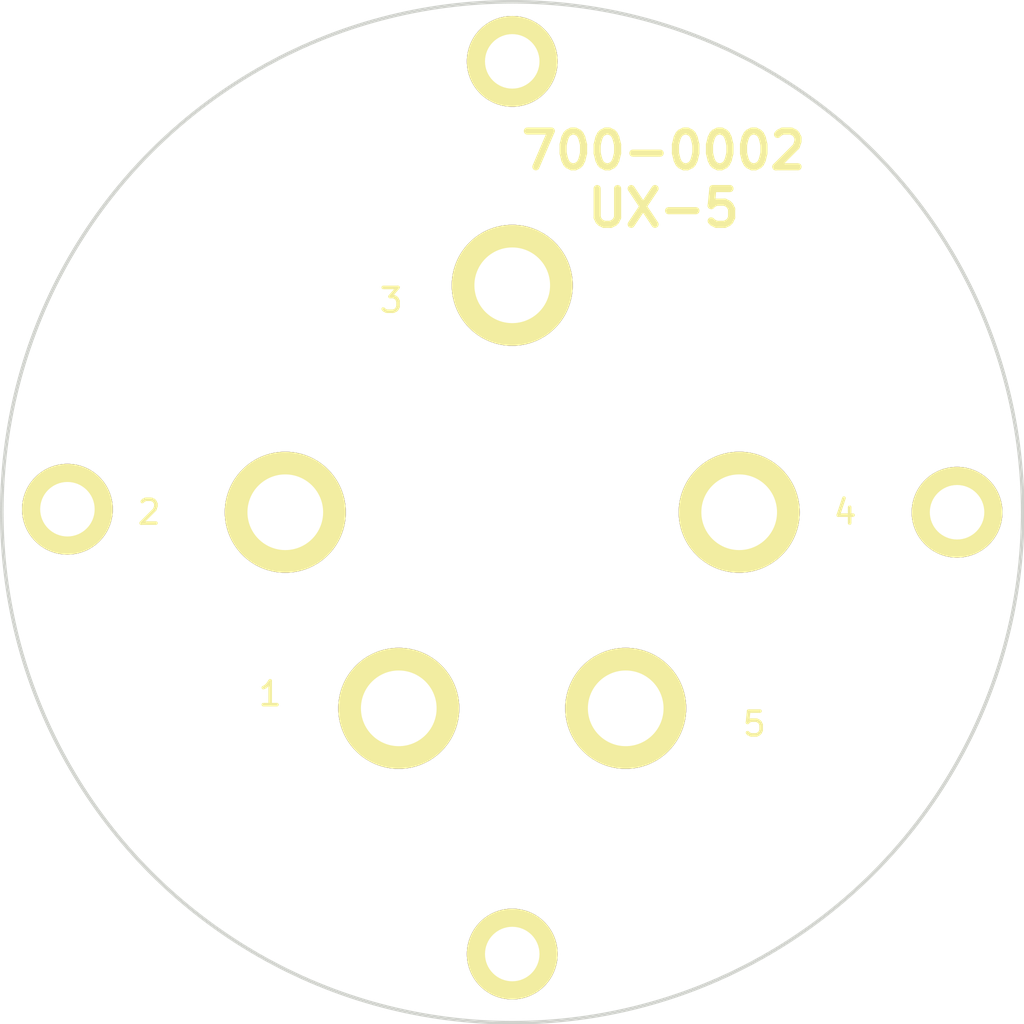
<source format=kicad_pcb>
(kicad_pcb (version 4) (host pcbnew 4.0.7)

  (general
    (links 0)
    (no_connects 0)
    (area 174.524999 51.334999 227.430001 100.430001)
    (thickness 1.6)
    (drawings 11)
    (tracks 0)
    (zones 0)
    (modules 9)
    (nets 1)
  )

  (page A4)
  (layers
    (0 F.Cu signal)
    (31 B.Cu signal)
    (32 B.Adhes user)
    (33 F.Adhes user)
    (34 B.Paste user)
    (35 F.Paste user)
    (36 B.SilkS user)
    (37 F.SilkS user)
    (38 B.Mask user)
    (39 F.Mask user)
    (40 Dwgs.User user)
    (41 Cmts.User user)
    (42 Eco1.User user)
    (43 Eco2.User user)
    (44 Edge.Cuts user)
    (45 Margin user)
    (46 B.CrtYd user)
    (47 F.CrtYd user)
    (48 B.Fab user)
    (49 F.Fab user hide)
  )

  (setup
    (last_trace_width 0.25)
    (trace_clearance 0.2)
    (zone_clearance 0.508)
    (zone_45_only no)
    (trace_min 0.2)
    (segment_width 0.2)
    (edge_width 0.15)
    (via_size 0.6)
    (via_drill 0.4)
    (via_min_size 0.4)
    (via_min_drill 0.3)
    (uvia_size 0.3)
    (uvia_drill 0.1)
    (uvias_allowed no)
    (uvia_min_size 0.2)
    (uvia_min_drill 0.1)
    (pcb_text_width 0.3)
    (pcb_text_size 1.5 1.5)
    (mod_edge_width 0.15)
    (mod_text_size 1 1)
    (mod_text_width 0.15)
    (pad_size 3.81 3.81)
    (pad_drill 2.286)
    (pad_to_mask_clearance 0.2)
    (aux_axis_origin 0 0)
    (visible_elements 7FFFFFFF)
    (pcbplotparams
      (layerselection 0x00030_80000001)
      (usegerberextensions false)
      (excludeedgelayer true)
      (linewidth 0.100000)
      (plotframeref false)
      (viasonmask false)
      (mode 1)
      (useauxorigin false)
      (hpglpennumber 1)
      (hpglpenspeed 20)
      (hpglpendiameter 15)
      (hpglpenoverlay 2)
      (psnegative false)
      (psa4output false)
      (plotreference true)
      (plotvalue true)
      (plotinvisibletext false)
      (padsonsilk false)
      (subtractmaskfromsilk false)
      (outputformat 1)
      (mirror false)
      (drillshape 1)
      (scaleselection 1)
      (outputdirectory ""))
  )

  (net 0 "")

  (net_class Default "This is the default net class."
    (clearance 0.2)
    (trace_width 0.25)
    (via_dia 0.6)
    (via_drill 0.4)
    (uvia_dia 0.3)
    (uvia_drill 0.1)
  )

  (module FootPrints:PAD (layer F.Cu) (tedit 5A87627C) (tstamp 5A864D9A)
    (at 203.2 69.215)
    (fp_text reference 3 (at -5.08 -1.905) (layer F.SilkS)
      (effects (font (size 1 1) (thickness 0.15)))
    )
    (fp_text value PAD (at 0 -0.5) (layer F.Fab) hide
      (effects (font (size 1 1) (thickness 0.15)))
    )
    (pad 1 thru_hole circle (at 0 -2.54) (size 5.08 5.08) (drill 3.175) (layers *.Cu *.Mask F.SilkS))
  )

  (module FootPrints:PAD (layer F.Cu) (tedit 5A876275) (tstamp 5A864DA3)
    (at 193.675 78.74)
    (fp_text reference 2 (at -5.715 -2.54) (layer F.SilkS)
      (effects (font (size 1 1) (thickness 0.15)))
    )
    (fp_text value PAD (at 0 -0.5) (layer F.Fab) hide
      (effects (font (size 1 1) (thickness 0.15)))
    )
    (pad 1 thru_hole circle (at 0 -2.54) (size 5.08 5.08) (drill 3.175) (layers *.Cu *.Mask F.SilkS))
  )

  (module FootPrints:PAD (layer F.Cu) (tedit 5A876286) (tstamp 5A865F9B)
    (at 212.725 78.74)
    (fp_text reference 4 (at 4.445 -2.54) (layer F.SilkS)
      (effects (font (size 1 1) (thickness 0.15)))
    )
    (fp_text value PAD (at 0 -0.5) (layer F.Fab) hide
      (effects (font (size 1 1) (thickness 0.15)))
    )
    (pad 1 thru_hole circle (at 0 -2.54) (size 5.08 5.08) (drill 3.175) (layers *.Cu *.Mask F.SilkS))
  )

  (module FootPrints:PAD (layer F.Cu) (tedit 5A87628C) (tstamp 5A865FA4)
    (at 207.01 87.63)
    (fp_text reference 5 (at 6.35 -2.54) (layer F.SilkS)
      (effects (font (size 1 1) (thickness 0.15)))
    )
    (fp_text value PAD (at 0 -0.5) (layer F.Fab) hide
      (effects (font (size 1 1) (thickness 0.15)))
    )
    (pad 1 thru_hole circle (at 0.9525 -3.2004) (size 5.08 5.08) (drill 3.175) (layers *.Cu *.Mask F.SilkS))
  )

  (module FootPrints:PAD (layer F.Cu) (tedit 5A87626E) (tstamp 5A865FAD)
    (at 198.755 86.995)
    (fp_text reference 1 (at -5.715 -3.175) (layer F.SilkS)
      (effects (font (size 1 1) (thickness 0.15)))
    )
    (fp_text value PAD (at 0 -0.5) (layer F.Fab) hide
      (effects (font (size 1 1) (thickness 0.15)))
    )
    (pad 1 thru_hole circle (at -0.3175 -2.5654) (size 5.08 5.08) (drill 3.175) (layers *.Cu *.Mask F.SilkS))
  )

  (module FootPrints:PAD (layer F.Cu) (tedit 5A875FFB) (tstamp 5A866981)
    (at 203.2 59.817)
    (fp_text reference REF** (at 0 0.5) (layer F.SilkS) hide
      (effects (font (size 1 1) (thickness 0.15)))
    )
    (fp_text value PAD (at 0 -0.5) (layer F.Fab) hide
      (effects (font (size 1 1) (thickness 0.15)))
    )
    (pad 1 thru_hole circle (at 0 -2.54) (size 3.81 3.81) (drill 2.286) (layers *.Cu *.Mask F.SilkS))
  )

  (module FootPrints:PAD (layer F.Cu) (tedit 5A8761C9) (tstamp 5A86699B)
    (at 221.869 78.74)
    (fp_text reference REF** (at 0 0.5) (layer F.SilkS) hide
      (effects (font (size 1 1) (thickness 0.15)))
    )
    (fp_text value PAD (at 0 -0.5) (layer F.Fab) hide
      (effects (font (size 1 1) (thickness 0.15)))
    )
    (pad 1 thru_hole circle (at 0 -2.54) (size 3.81 3.81) (drill 2.286) (layers *.Cu *.Mask F.SilkS))
  )

  (module FootPrints:PAD (layer F.Cu) (tedit 5A8761B3) (tstamp 5A8669BC)
    (at 203.2 97.282)
    (fp_text reference REF** (at 0 0.5) (layer F.SilkS) hide
      (effects (font (size 1 1) (thickness 0.15)))
    )
    (fp_text value PAD (at 0 -0.5) (layer F.Fab)
      (effects (font (size 1 1) (thickness 0.15)))
    )
    (pad 1 thru_hole circle (at 0 -2.54) (size 3.81 3.81) (drill 2.286) (layers *.Cu *.Mask F.SilkS))
  )

  (module FootPrints:PAD (layer F.Cu) (tedit 5A8761A9) (tstamp 5A8669CE)
    (at 184.531 78.613)
    (fp_text reference REF** (at 0 0.5) (layer F.SilkS) hide
      (effects (font (size 1 1) (thickness 0.15)))
    )
    (fp_text value PAD (at 0 -0.5) (layer F.Fab) hide
      (effects (font (size 1 1) (thickness 0.15)))
    )
    (pad 1 thru_hole circle (at 0 -2.54) (size 3.81 3.81) (drill 2.286) (layers *.Cu *.Mask F.SilkS))
  )

  (gr_text "700-0002\nUX-5" (at 209.55 62.23) (layer F.SilkS)
    (effects (font (size 1.5 1.5) (thickness 0.3)))
  )
  (gr_line (start 203.2 63.5) (end 203.2 51.435) (angle 90) (layer F.Fab) (width 0.2))
  (gr_line (start 190.5 76.2) (end 174.625 76.2) (angle 90) (layer F.Fab) (width 0.2))
  (gr_line (start 203.2 99.695) (end 203.2 100.33) (angle 90) (layer F.Fab) (width 0.2))
  (gr_line (start 203.2 88.265) (end 203.2 99.695) (angle 90) (layer F.Fab) (width 0.2))
  (gr_line (start 216.535 76.2) (end 227.33 76.2) (angle 90) (layer F.Fab) (width 0.2))
  (gr_circle (center 203.2 76.2) (end 221.9325 76.2) (layer F.Fab) (width 0.2))
  (gr_circle (center 203.2 76.2) (end 224.4725 78.74) (layer Edge.Cuts) (width 0.15))
  (gr_line (start 203.2 63.5) (end 203.2 88.9) (angle 90) (layer F.Fab) (width 0.2))
  (gr_line (start 189.865 76.2) (end 215.9 76.2) (angle 90) (layer F.Fab) (width 0.2))
  (gr_circle (center 203.2 76.2) (end 204.47 85.725) (layer F.Fab) (width 0.2))

)

</source>
